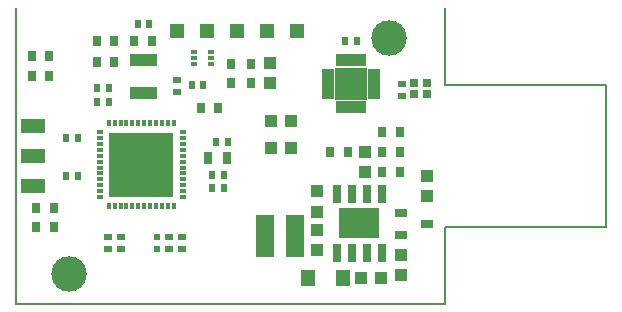
<source format=gts>
G04 (created by PCBNEW (2013-05-16 BZR 4016)-stable) date 11. 1. 2014 1:24:09*
%MOIN*%
G04 Gerber Fmt 3.4, Leading zero omitted, Abs format*
%FSLAX34Y34*%
G01*
G70*
G90*
G04 APERTURE LIST*
%ADD10C,0.00590551*%
%ADD11R,0.0314961X0.0590551*%
%ADD12R,0.137795X0.102362*%
%ADD13R,0.0255906X0.0334646*%
%ADD14R,0.0433X0.0393*%
%ADD15R,0.0393X0.0433*%
%ADD16R,0.0590551X0.141732*%
%ADD17R,0.0394X0.0315*%
%ADD18R,0.0118X0.0196*%
%ADD19R,0.0196X0.0118*%
%ADD20R,0.212598X0.212598*%
%ADD21R,0.0314961X0.0393701*%
%ADD22R,0.05X0.05*%
%ADD23R,0.0217X0.0118*%
%ADD24R,0.023622X0.019685*%
%ADD25R,0.0275591X0.019685*%
%ADD26R,0.019685X0.0275591*%
%ADD27R,0.0275591X0.0354331*%
%ADD28R,0.0511811X0.0551181*%
%ADD29C,0.11811*%
%ADD30R,0.0787402X0.05*%
%ADD31R,0.0314961X0.0314961*%
%ADD32R,0.110236X0.110236*%
%ADD33R,0.0433071X0.023622*%
%ADD34R,0.023622X0.0433071*%
%ADD35R,0.023622X0.043311*%
%ADD36R,0.0255906X0.0393701*%
%ADD37R,0.0216535X0.0393701*%
G04 APERTURE END LIST*
G54D10*
X20795Y-20510D02*
X20795Y-10667D01*
X35106Y-13206D02*
X35106Y-10667D01*
X40480Y-13206D02*
X35106Y-13206D01*
X35106Y-17970D02*
X35106Y-20510D01*
X40480Y-17970D02*
X35106Y-17970D01*
X40480Y-13206D02*
X40480Y-17970D01*
X35106Y-20510D02*
X20795Y-20510D01*
G54D11*
X31501Y-16848D03*
X31501Y-18817D03*
X32001Y-16848D03*
X32501Y-16848D03*
X33001Y-16848D03*
X32001Y-18817D03*
X32501Y-18817D03*
X33001Y-18817D03*
G54D12*
X32251Y-17832D03*
G54D13*
X27980Y-13147D03*
X28629Y-13147D03*
X27980Y-12537D03*
X28629Y-12537D03*
G54D14*
X32291Y-19650D03*
X32959Y-19650D03*
G54D15*
X30834Y-16770D03*
X30834Y-17438D03*
X30834Y-18050D03*
X30834Y-18718D03*
X32448Y-16119D03*
X32448Y-15451D03*
G54D14*
X29959Y-15330D03*
X29291Y-15330D03*
X29959Y-14410D03*
X29291Y-14410D03*
G54D16*
X30106Y-18265D03*
X29121Y-18265D03*
G54D15*
X34515Y-16926D03*
X34515Y-16258D03*
X33649Y-18896D03*
X33649Y-19564D03*
G54D17*
X34515Y-17852D03*
X33649Y-18227D03*
X33649Y-17477D03*
G54D18*
X26060Y-17251D03*
X25863Y-17251D03*
X25666Y-17251D03*
X25470Y-17251D03*
X25273Y-17251D03*
X25076Y-17251D03*
X24880Y-17251D03*
X24683Y-17251D03*
X24486Y-17251D03*
X24290Y-17251D03*
X24093Y-17251D03*
X23896Y-17251D03*
G54D19*
X23601Y-16956D03*
X23601Y-16759D03*
X23601Y-16562D03*
X23601Y-16366D03*
X23601Y-16169D03*
X23601Y-15972D03*
X23601Y-15776D03*
X23601Y-15579D03*
X23601Y-15382D03*
X23601Y-15186D03*
X23601Y-14989D03*
X23601Y-14792D03*
G54D18*
X23896Y-14497D03*
X24093Y-14497D03*
X24290Y-14497D03*
X24486Y-14497D03*
X24683Y-14497D03*
X24880Y-14497D03*
X25076Y-14497D03*
X25273Y-14497D03*
X25470Y-14497D03*
X25666Y-14497D03*
X25863Y-14497D03*
X26060Y-14497D03*
G54D19*
X26355Y-14792D03*
X26355Y-14989D03*
X26355Y-15186D03*
X26355Y-15382D03*
X26355Y-15579D03*
X26355Y-15776D03*
X26355Y-15972D03*
X26355Y-16169D03*
X26355Y-16366D03*
X26355Y-16562D03*
X26355Y-16759D03*
X26355Y-16956D03*
G54D20*
X24978Y-15874D03*
G54D15*
X29269Y-12498D03*
X29269Y-13166D03*
G54D21*
X27212Y-15667D03*
X27842Y-15667D03*
G54D22*
X29178Y-11415D03*
X28178Y-11415D03*
X27178Y-11415D03*
X30178Y-11415D03*
X26178Y-11415D03*
G54D23*
X27298Y-12124D03*
X27298Y-12321D03*
X27298Y-12518D03*
X26732Y-12518D03*
X26732Y-12321D03*
X26732Y-12124D03*
G54D24*
X25489Y-18689D03*
X25489Y-18295D03*
G54D25*
X33669Y-13571D03*
X33669Y-13177D03*
G54D26*
X32173Y-11769D03*
X31779Y-11769D03*
X27054Y-13226D03*
X26661Y-13226D03*
X24860Y-11189D03*
X25253Y-11189D03*
X27330Y-16218D03*
X27724Y-16218D03*
X22881Y-14978D03*
X22487Y-14978D03*
G54D25*
X24318Y-18285D03*
X24318Y-18679D03*
X26169Y-13443D03*
X26169Y-13049D03*
G54D26*
X23903Y-13320D03*
X23510Y-13320D03*
X27487Y-15116D03*
X27881Y-15116D03*
X22881Y-16238D03*
X22487Y-16238D03*
X27330Y-16651D03*
X27724Y-16651D03*
G54D25*
X26346Y-18295D03*
X26346Y-18689D03*
X25913Y-18295D03*
X25913Y-18689D03*
G54D26*
X23905Y-13777D03*
X23511Y-13777D03*
G54D25*
X23885Y-18285D03*
X23885Y-18679D03*
G54D27*
X21484Y-17321D03*
X22074Y-17321D03*
X21484Y-17970D03*
X22074Y-17970D03*
X26956Y-13974D03*
X27547Y-13974D03*
X33019Y-14801D03*
X33610Y-14801D03*
X25330Y-11760D03*
X24739Y-11760D03*
X23489Y-11760D03*
X24080Y-11760D03*
X23489Y-12460D03*
X24080Y-12460D03*
X21917Y-12911D03*
X21326Y-12911D03*
X31287Y-15451D03*
X31877Y-15451D03*
X33605Y-15448D03*
X33014Y-15448D03*
X33610Y-16110D03*
X33019Y-16110D03*
G54D28*
X30554Y-19650D03*
X31695Y-19650D03*
G54D27*
X21326Y-12242D03*
X21917Y-12242D03*
G54D29*
X33236Y-11651D03*
X22566Y-19525D03*
G54D30*
X21385Y-15588D03*
X21385Y-14584D03*
X21385Y-16592D03*
G54D31*
X34495Y-13167D03*
X34495Y-13521D03*
X34082Y-13167D03*
X34082Y-13521D03*
G54D32*
X31966Y-13177D03*
G54D33*
X31192Y-12783D03*
X31192Y-12980D03*
X31192Y-13177D03*
X31192Y-13374D03*
X31192Y-13571D03*
G54D34*
X31572Y-13951D03*
X31769Y-13951D03*
X31966Y-13951D03*
X32163Y-13951D03*
X32360Y-13951D03*
G54D33*
X32739Y-13571D03*
X32739Y-13374D03*
X32739Y-13177D03*
X32739Y-12980D03*
X32739Y-12783D03*
G54D35*
X32360Y-12403D03*
X32163Y-12403D03*
X31966Y-12403D03*
X31769Y-12403D03*
X31572Y-12403D03*
G54D36*
X25381Y-13472D03*
X24751Y-13472D03*
G54D37*
X24968Y-13472D03*
X25165Y-13472D03*
X25165Y-12390D03*
X24968Y-12390D03*
G54D36*
X24751Y-12390D03*
X25381Y-12390D03*
M02*

</source>
